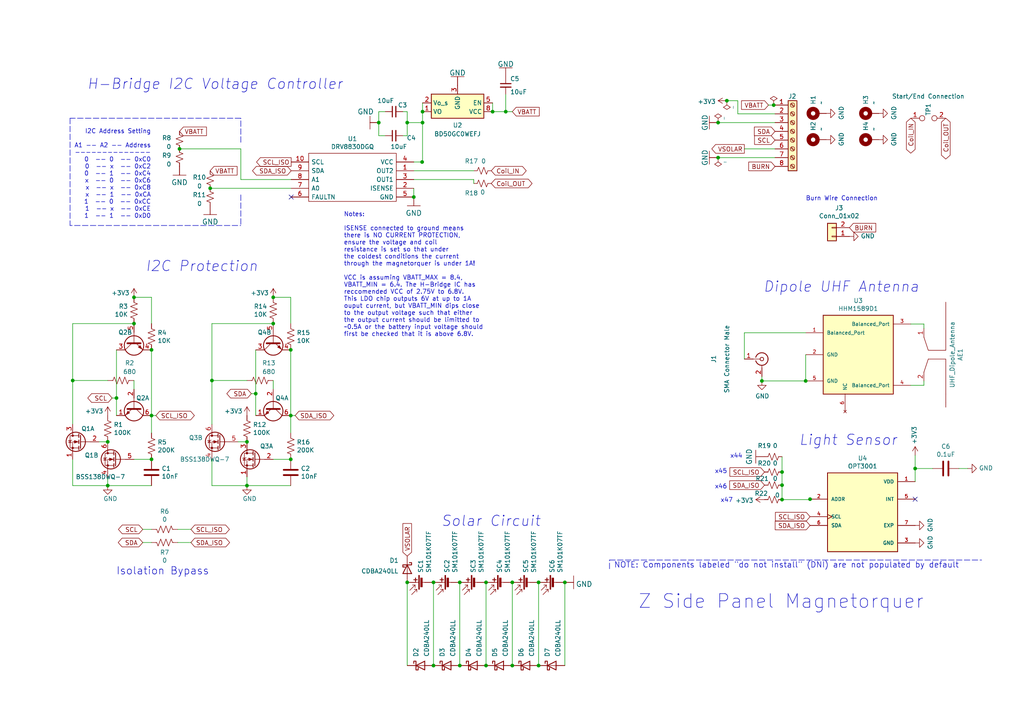
<source format=kicad_sch>
(kicad_sch (version 20211123) (generator eeschema)
  (paper "A4")
  (lib_symbols
    (symbol "Connector:Conn_Coaxial" (pin_names (offset 1.016) hide)
      (property "Reference" "J" (at 0.254 3.048 0))
      (property "Value" "Conn_Coaxial" (at 2.921 0 90))
      (symbol "Conn_Coaxial_1_1"
        (pin passive line (at -5.08 0 0) (length 2.54) (name "In") (number "1"))
        (pin passive line (at 0 -5.08 90) (length 2.54) (name "Ext") (number "2"))
      )
    )
    (symbol "Connector:Screw_Terminal_01x08" (pin_names (offset 1.016) hide)
      (property "Reference" "J" (at 0 10.16 0))
      (property "Value" "Screw_Terminal_01x08" (at 0 -12.7 0))
      (symbol "Screw_Terminal_01x08_1_1"
        (pin passive line (at -5.08 7.62 0) (length 3.81) (name "Pin_1") (number "1"))
        (pin passive line (at -5.08 5.08 0) (length 3.81) (name "Pin_2") (number "2"))
        (pin passive line (at -5.08 2.54 0) (length 3.81) (name "Pin_3") (number "3"))
        (pin passive line (at -5.08 0 0) (length 3.81) (name "Pin_4") (number "4"))
        (pin passive line (at -5.08 -2.54 0) (length 3.81) (name "Pin_5") (number "5"))
        (pin passive line (at -5.08 -5.08 0) (length 3.81) (name "Pin_6") (number "6"))
        (pin passive line (at -5.08 -7.62 0) (length 3.81) (name "Pin_7") (number "7"))
        (pin passive line (at -5.08 -10.16 0) (length 3.81) (name "Pin_8") (number "8"))
      )
    )
    (symbol "Connector:TestPoint_2Pole" (pin_names (offset 0.762) hide)
      (property "Reference" "TP" (at 0 1.524 0))
      (property "Value" "TestPoint_2Pole" (at 0 -1.778 0))
      (symbol "TestPoint_2Pole_0_1"
        (pin passive line (at -5.08 0 0) (length 2.54) (name "1") (number "1"))
        (pin passive line (at 5.08 0 180) (length 2.54) (name "2") (number "2"))
      )
    )
    (symbol "Connector_Generic:Conn_01x02" (pin_names (offset 1.016) hide)
      (property "Reference" "J" (at 0 2.54 0))
      (property "Value" "Conn_01x02" (at 0 -5.08 0))
      (symbol "Conn_01x02_1_1"
        (pin passive line (at -5.08 0 0) (length 3.81) (name "Pin_1") (number "1"))
        (pin passive line (at -5.08 -2.54 0) (length 3.81) (name "Pin_2") (number "2"))
      )
    )
    (symbol "Device:C" (pin_numbers hide) (pin_names (offset 0.254))
      (property "Reference" "C" (at 0.635 2.54 0))
      (property "Value" "C" (at 0.635 -2.54 0))
      (symbol "C_1_1"
        (pin passive line (at 0 3.81 270) (length 2.794) (name "~") (number "1"))
        (pin passive line (at 0 -3.81 90) (length 2.794) (name "~") (number "2"))
      )
    )
    (symbol "Device:C_Small" (pin_numbers hide) (pin_names (offset 0.254) hide)
      (property "Reference" "C" (at 0.254 1.778 0))
      (property "Value" "C_Small" (at 0.254 -2.032 0))
      (symbol "C_Small_1_1"
        (pin passive line (at 0 2.54 270) (length 2.032) (name "~") (number "1"))
        (pin passive line (at 0 -2.54 90) (length 2.032) (name "~") (number "2"))
      )
    )
    (symbol "Device:D_Schottky" (pin_numbers hide) (pin_names (offset 1.016) hide)
      (property "Reference" "D" (at 0 2.54 0))
      (property "Value" "D_Schottky" (at 0 -2.54 0))
      (symbol "D_Schottky_1_1"
        (pin passive line (at -3.81 0 0) (length 2.54) (name "K") (number "1"))
        (pin passive line (at 3.81 0 180) (length 2.54) (name "A") (number "2"))
      )
    )
    (symbol "Device:R_Small_US" (pin_numbers hide) (pin_names (offset 0.254) hide)
      (property "Reference" "R" (at 0.762 0.508 0))
      (property "Value" "R_Small_US" (at 0.762 -1.016 0))
      (symbol "R_Small_US_1_1"
        (pin passive line (at 0 2.54 270) (length 1.016) (name "~") (number "1"))
        (pin passive line (at 0 -2.54 90) (length 1.016) (name "~") (number "2"))
      )
    )
    (symbol "Device:R_US" (pin_numbers hide) (pin_names (offset 0))
      (property "Reference" "R" (at 2.54 0 90))
      (property "Value" "R_US" (at -2.54 0 90))
      (symbol "R_US_1_1"
        (pin passive line (at 0 3.81 270) (length 1.27) (name "~") (number "1"))
        (pin passive line (at 0 -3.81 90) (length 1.27) (name "~") (number "2"))
      )
    )
    (symbol "Device:Solar_Cell" (pin_numbers hide) (pin_names (offset 0) hide)
      (property "Reference" "SC" (at 2.54 2.54 0))
      (property "Value" "Solar_Cell" (at 2.54 0 0))
      (symbol "Solar_Cell_1_1"
        (pin passive line (at 0 5.08 270) (length 2.54) (name "+") (number "1"))
        (pin passive line (at 0 -2.54 90) (length 2.54) (name "-") (number "2"))
      )
    )
    (symbol "Mechanical:MountingHole_Pad" (pin_numbers hide) (pin_names (offset 1.016) hide)
      (property "Reference" "H" (at 0 6.35 0))
      (property "Value" "MountingHole_Pad" (at 0 4.445 0))
      (symbol "MountingHole_Pad_1_1"
        (pin input line (at 0 -2.54 90) (length 2.54) (name "1") (number "1"))
      )
    )
    (symbol "Regulator_Linear:BD60GA5WEFJ"
      (property "Reference" "U" (at 0 6.35 0))
      (property "Value" "BD60GA5WEFJ" (at 0 3.81 0))
      (symbol "BD60GA5WEFJ_1_1"
        (pin power_out line (at 10.16 0 180) (length 2.54) (name "VO") (number "1"))
        (pin input line (at 10.16 -2.54 180) (length 2.54) (name "Vo_s") (number "2"))
        (pin power_in line (at 0 -7.62 90) (length 2.54) (name "GND") (number "3"))
        (pin passive line (at 0 -7.62 90) (length 2.54) hide (name "GND") (number "4"))
        (pin input line (at -10.16 -2.54 0) (length 2.54) (name "EN") (number "5"))
        (pin passive line (at 0 -7.62 90) (length 2.54) hide (name "GND") (number "6"))
        (pin passive line (at 0 -7.62 90) (length 2.54) hide (name "GND") (number "7"))
        (pin power_in line (at -10.16 0 0) (length 2.54) (name "VCC") (number "8"))
        (pin passive line (at 0 -7.62 90) (length 2.54) hide (name "GND") (number "9"))
      )
    )
    (symbol "Transistor_BJT:MBT2222ADW1T1" (pin_names (offset 0) hide)
      (property "Reference" "Q" (at 5.08 1.27 0))
      (property "Value" "MBT2222ADW1T1" (at 5.08 -1.27 0))
      (symbol "MBT2222ADW1T1_1_1"
        (pin passive line (at 2.54 -5.08 90) (length 2.54) (name "E1") (number "1"))
        (pin input line (at -5.08 0 0) (length 2.54) (name "B1") (number "2"))
        (pin passive line (at 2.54 5.08 270) (length 2.54) (name "C1") (number "6"))
      )
      (symbol "MBT2222ADW1T1_2_1"
        (pin passive line (at 2.54 5.08 270) (length 2.54) (name "C2") (number "3"))
        (pin passive line (at 2.54 -5.08 90) (length 2.54) (name "E2") (number "4"))
        (pin input line (at -5.08 0 0) (length 2.54) (name "B2") (number "5"))
      )
    )
    (symbol "mainboard:GND" (power) (pin_names (offset 1.016))
      (property "Value" "GND" (at -2.54 -2.54 0))
      (symbol "GND_1_0"
        (pin power_in line (at 0 2.54 270) (length 2.54) (name "GND") (number "1"))
      )
    )
    (symbol "power:+3.3V" (power) (pin_names (offset 0))
      (property "Value" "+3.3V" (at 0 3.556 0))
      (symbol "+3.3V_1_1"
        (pin power_in line (at 0 0 90) (length 0) hide (name "+3V3") (number "1"))
      )
    )
    (symbol "power:GND" (power) (pin_names (offset 0))
      (property "Value" "GND" (at 0 -3.81 0))
      (symbol "GND_1_1"
        (pin power_in line (at 0 0 270) (length 0) hide (name "GND") (number "1"))
      )
    )
    (symbol "power:PWR_FLAG" (power) (pin_numbers hide) (pin_names (offset 0) hide)
      (property "Value" "PWR_FLAG" (at 0 3.81 0))
      (symbol "PWR_FLAG_0_0"
        (pin power_out line (at 0 0 90) (length 0) (name "pwr") (number "1"))
      )
    )
    (symbol "solar-panel-side-X-minus-rescue:OPT3001DNPT-sapling" (pin_names (offset 1.016))
      (property "Reference" "U" (at -10.16 13.97 0))
      (property "Value" "OPT3001DNPT-sapling" (at -6.35 -12.7 0))
      (symbol "OPT3001DNPT-sapling_0_0"
        (pin power_in line (at 15.24 10.16 180) (length 5.08) (name "VDD") (number "1"))
        (pin input line (at -15.24 5.08 0) (length 5.08) (name "ADDR") (number "2"))
        (pin power_in line (at 15.24 -7.62 180) (length 5.08) (name "GND") (number "3"))
        (pin input clock (at -15.24 0 0) (length 5.08) (name "SCL") (number "4"))
        (pin output line (at 15.24 5.08 180) (length 5.08) (name "INT") (number "5"))
        (pin bidirectional line (at -15.24 -2.54 0) (length 5.08) (name "SDA") (number "6"))
        (pin passive line (at 15.24 -2.54 180) (length 5.08) (name "EXP") (number "7"))
      )
    )
    (symbol "solar-panel-side-Z-minus-rescue:HHM1589D1-sapling" (pin_names (offset 1.016))
      (property "Reference" "U" (at 0 0 0))
      (property "Value" "HHM1589D1-sapling" (at 0 2.54 0))
      (symbol "HHM1589D1-sapling_1_1"
        (pin bidirectional line (at -15.24 -7.62 0) (length 5.08) (name "Balanced_Port") (number "1"))
        (pin power_in line (at -15.24 -13.97 0) (length 5.08) (name "GND") (number "2"))
        (pin bidirectional line (at 15.24 -5.08 180) (length 5.08) (name "Balanced_Port") (number "3"))
        (pin bidirectional line (at 15.24 -22.86 180) (length 5.08) (name "Balanced_Port") (number "4"))
        (pin power_in line (at -15.24 -21.59 0) (length 5.08) (name "GND") (number "5"))
        (pin no_connect line (at -3.81 -30.48 90) (length 5.08) (name "NC") (number "6"))
      )
    )
    (symbol "solar-panel-side-Z-minus-rescue:UHF_Dipole_Antenna-sapling" (pin_names (offset 1.016))
      (property "Reference" "AE" (at 0 2.54 0))
      (property "Value" "UHF_Dipole_Antenna-sapling" (at 0 5.08 0))
      (symbol "UHF_Dipole_Antenna-sapling_1_1"
        (pin passive line (at -7.62 -5.08 0) (length 2.54) (name "~") (number "1"))
        (pin passive line (at 7.62 -5.08 180) (length 2.54) (name "~") (number "2"))
      )
    )
    (symbol "xpanel-rescue:BSS138DWQ-7-symbols" (pin_names (offset 0.762) hide)
      (property "Reference" "Q" (at -2.54 5.08 0))
      (property "Value" "BSS138DWQ-7-symbols" (at 3.81 6.35 0))
      (symbol "BSS138DWQ-7-symbols_1_1"
        (pin passive line (at 1.27 -5.08 90) (length 2.54) (name "S2") (number "1"))
        (pin input line (at -6.35 0 0) (length 2.54) (name "G2") (number "2"))
        (pin passive line (at 1.27 5.08 270) (length 2.54) (name "D1") (number "3"))
      )
      (symbol "BSS138DWQ-7-symbols_2_1"
        (pin passive line (at 1.27 -5.08 90) (length 2.54) (name "S1") (number "4"))
        (pin input line (at -6.35 0 0) (length 2.54) (name "G1") (number "5"))
        (pin passive line (at 1.27 5.08 270) (length 2.54) (name "D2") (number "6"))
      )
    )
    (symbol "xpanel-rescue:DRV8830DGQR-symbols" (pin_names (offset 0.762))
      (property "Reference" "U" (at 0 10.16 0))
      (property "Value" "DRV8830DGQR-symbols" (at -7.62 -7.62 0))
      (symbol "DRV8830DGQR-symbols_0_0"
        (pin output line (at -17.78 2.54 0) (length 5.08) (name "OUT2") (number "1"))
        (pin unspecified line (at 17.78 5.08 180) (length 5.08) (name "SCL") (number "10"))
        (pin unspecified line (at -17.78 -5.08 0) (length 5.08) hide (name "EP") (number "11"))
        (pin unspecified line (at -17.78 -2.54 0) (length 5.08) (name "ISENSE") (number "2"))
        (pin output line (at -17.78 0 0) (length 5.08) (name "OUT1") (number "3"))
        (pin power_in line (at -17.78 5.08 0) (length 5.08) (name "VCC") (number "4"))
        (pin power_in line (at -17.78 -5.08 0) (length 5.08) (name "GND") (number "5"))
        (pin unspecified line (at 17.78 -5.08 180) (length 5.08) (name "FAULTN") (number "6"))
        (pin unspecified line (at 17.78 -2.54 180) (length 5.08) (name "A0") (number "7"))
        (pin unspecified line (at 17.78 0 180) (length 5.08) (name "A1") (number "8"))
        (pin unspecified line (at 17.78 2.54 180) (length 5.08) (name "SDA") (number "9"))
      )
    )
  )
  (junction (at 79.248 93.853))
  (junction (at 31.242 140.843))
  (junction (at 38.862 93.853))
  (junction (at 21.082 110.363))
  (junction (at 210.82 29.21))
  (junction (at 79.248 86.233))
  (junction (at 125.73 168.91))
  (junction (at 43.942 101.473))
  (junction (at 148.59 193.04))
  (junction (at 133.35 168.91))
  (junction (at 43.942 120.523))
  (junction (at 60.96 54.61))
  (junction (at 140.97 168.91))
  (junction (at 226.822 136.906))
  (junction (at 208.28 45.72))
  (junction (at 224.409 30.48))
  (junction (at 71.628 128.143))
  (junction (at 140.97 193.04))
  (junction (at 71.628 140.843))
  (junction (at 84.328 133.223))
  (junction (at 142.875 32.385))
  (junction (at 156.21 168.91))
  (junction (at 220.98 110.49))
  (junction (at 265.43 135.89))
  (junction (at 38.862 86.233))
  (junction (at 109.855 35.56))
  (junction (at 233.68 110.49))
  (junction (at 208.28 35.56))
  (junction (at 84.328 120.523))
  (junction (at 120.015 57.15))
  (junction (at 122.555 32.385))
  (junction (at 133.35 193.04))
  (junction (at 31.242 128.143))
  (junction (at 146.685 32.385))
  (junction (at 156.21 193.04))
  (junction (at 148.59 168.91))
  (junction (at 226.822 144.907))
  (junction (at 122.555 35.56))
  (junction (at 43.942 133.223))
  (junction (at 118.11 168.91))
  (junction (at 226.822 140.716))
  (junction (at 122.428 46.99))
  (junction (at 33.782 115.443))
  (junction (at 163.83 168.91))
  (junction (at 125.73 193.04))
  (junction (at 52.07 43.18))
  (junction (at 61.468 110.363))
  (junction (at 234.95 144.78))
  (junction (at 74.168 114.173))
  (junction (at 118.11 35.56))
  (junction (at 84.328 101.473))
  (no_connect (at 84.455 57.15))
  (no_connect (at 265.43 144.78))
  (wire (pts (xy 43.942 125.603) (xy 43.942 120.523)))
  (wire (pts (xy 79.248 133.223) (xy 84.328 133.223)))
  (wire (pts (xy 226.822 136.906) (xy 226.822 140.716)))
  (wire (pts (xy 163.83 193.04) (xy 163.83 168.91)))
  (wire (pts (xy 208.28 35.56) (xy 224.79 35.56)))
  (wire (pts (xy 33.782 101.473) (xy 33.782 115.443)))
  (wire (pts (xy 220.98 109.22) (xy 220.98 110.49)))
  (wire (pts (xy 224.409 30.48) (xy 224.79 30.48)))
  (wire (pts (xy 146.685 27.305) (xy 146.685 32.385)))
  (wire (pts (xy 226.822 140.716) (xy 226.822 144.907)))
  (wire (pts (xy 31.242 110.363) (xy 21.082 110.363)))
  (wire (pts (xy 43.942 101.473) (xy 43.942 120.523)))
  (wire (pts (xy 32.512 115.443) (xy 33.782 115.443)))
  (wire (pts (xy 208.28 45.72) (xy 224.79 45.72)))
  (wire (pts (xy 85.598 120.523) (xy 84.328 120.523)))
  (wire (pts (xy 33.782 115.443) (xy 33.782 120.523)))
  (wire (pts (xy 109.855 32.385) (xy 109.855 35.56)))
  (wire (pts (xy 74.168 114.173) (xy 74.168 120.523)))
  (wire (pts (xy 222.885 30.48) (xy 224.409 30.48)))
  (wire (pts (xy 61.468 133.223) (xy 61.468 140.843)))
  (wire (pts (xy 84.328 101.473) (xy 84.328 120.523)))
  (wire (pts (xy 210.82 29.21) (xy 213.995 29.21)))
  (wire (pts (xy 31.242 140.843) (xy 43.942 140.843)))
  (polyline (pts (xy 21.59 65.405) (xy 69.85 65.405)))
  (wire (pts (xy 72.898 114.173) (xy 74.168 114.173)))
  (wire (pts (xy 45.212 120.523) (xy 43.942 120.523)))
  (wire (pts (xy 43.942 93.853) (xy 43.942 86.233)))
  (wire (pts (xy 74.168 101.473) (xy 74.168 114.173)))
  (wire (pts (xy 79.248 112.903) (xy 79.248 110.363)))
  (wire (pts (xy 84.455 52.07) (xy 69.85 52.07)))
  (wire (pts (xy 125.73 193.04) (xy 125.73 168.91)))
  (wire (pts (xy 118.11 35.56) (xy 122.555 35.56)))
  (wire (pts (xy 267.97 111.76) (xy 267.97 110.49)))
  (wire (pts (xy 21.082 140.843) (xy 31.242 140.843)))
  (polyline (pts (xy 176.784 162.433) (xy 284.734 162.433)))
  (wire (pts (xy 84.328 125.603) (xy 84.328 120.523)))
  (wire (pts (xy 267.97 93.98) (xy 267.97 95.25)))
  (wire (pts (xy 215.9 43.18) (xy 224.79 43.18)))
  (wire (pts (xy 109.855 35.56) (xy 109.855 39.37)))
  (wire (pts (xy 43.942 86.233) (xy 38.862 86.233)))
  (wire (pts (xy 111.76 39.37) (xy 109.855 39.37)))
  (wire (pts (xy 120.015 54.61) (xy 120.015 57.15)))
  (wire (pts (xy 31.242 128.143) (xy 28.702 128.143)))
  (wire (pts (xy 133.35 193.04) (xy 133.35 168.91)))
  (wire (pts (xy 69.85 52.07) (xy 69.85 43.18)))
  (wire (pts (xy 233.68 110.49) (xy 233.68 102.87)))
  (wire (pts (xy 118.11 35.56) (xy 118.11 39.37)))
  (wire (pts (xy 137.414 52.07) (xy 137.414 53.213)))
  (wire (pts (xy 264.16 111.76) (xy 267.97 111.76)))
  (wire (pts (xy 31.242 140.843) (xy 31.242 138.303)))
  (wire (pts (xy 122.555 29.845) (xy 122.555 32.385)))
  (wire (pts (xy 55.372 153.543) (xy 51.562 153.543)))
  (wire (pts (xy 84.328 86.233) (xy 79.248 86.233)))
  (wire (pts (xy 55.372 157.353) (xy 51.562 157.353)))
  (wire (pts (xy 118.11 35.56) (xy 118.11 32.385)))
  (wire (pts (xy 213.995 33.02) (xy 224.79 33.02)))
  (wire (pts (xy 61.468 93.853) (xy 79.248 93.853)))
  (polyline (pts (xy 20.32 34.29) (xy 20.32 65.405)))
  (wire (pts (xy 226.822 144.907) (xy 234.95 144.907)))
  (polyline (pts (xy 20.32 65.405) (xy 20.955 65.405)))
  (wire (pts (xy 142.875 29.845) (xy 142.875 32.385)))
  (wire (pts (xy 21.082 93.853) (xy 21.082 110.363)))
  (wire (pts (xy 264.16 93.98) (xy 267.97 93.98)))
  (wire (pts (xy 21.082 123.063) (xy 21.082 110.363)))
  (wire (pts (xy 69.85 43.18) (xy 52.07 43.18)))
  (wire (pts (xy 122.428 46.99) (xy 120.015 46.99)))
  (polyline (pts (xy 69.85 41.275) (xy 69.85 34.29)))
  (wire (pts (xy 61.468 110.363) (xy 61.468 93.853)))
  (wire (pts (xy 226.822 132.461) (xy 226.822 136.906)))
  (wire (pts (xy 21.082 133.223) (xy 21.082 140.843)))
  (polyline (pts (xy 69.85 34.29) (xy 20.32 34.29)))
  (wire (pts (xy 38.862 112.903) (xy 38.862 110.363)))
  (wire (pts (xy 142.875 32.385) (xy 146.685 32.385)))
  (wire (pts (xy 38.862 133.223) (xy 43.942 133.223)))
  (wire (pts (xy 111.76 32.385) (xy 109.855 32.385)))
  (wire (pts (xy 140.97 193.04) (xy 140.97 168.91)))
  (wire (pts (xy 84.328 140.843) (xy 71.628 140.843)))
  (wire (pts (xy 122.555 32.385) (xy 122.555 35.56)))
  (wire (pts (xy 220.98 110.49) (xy 233.68 110.49)))
  (wire (pts (xy 118.11 193.04) (xy 118.11 168.91)))
  (wire (pts (xy 43.942 157.353) (xy 41.402 157.353)))
  (wire (pts (xy 118.11 39.37) (xy 116.84 39.37)))
  (wire (pts (xy 120.015 52.07) (xy 137.414 52.07)))
  (wire (pts (xy 71.628 110.363) (xy 61.468 110.363)))
  (wire (pts (xy 265.43 139.7) (xy 265.43 135.89)))
  (wire (pts (xy 234.95 144.907) (xy 234.95 144.78)))
  (wire (pts (xy 213.995 29.21) (xy 213.995 33.02)))
  (wire (pts (xy 84.328 93.853) (xy 84.328 86.233)))
  (wire (pts (xy 61.468 123.063) (xy 61.468 110.363)))
  (wire (pts (xy 233.68 96.52) (xy 215.9 96.52)))
  (wire (pts (xy 120.015 49.53) (xy 137.414 49.53)))
  (wire (pts (xy 278.13 135.89) (xy 280.67 135.89)))
  (wire (pts (xy 156.21 193.04) (xy 156.21 168.91)))
  (wire (pts (xy 122.555 35.56) (xy 122.555 46.99)))
  (wire (pts (xy 215.9 104.14) (xy 215.9 96.52)))
  (wire (pts (xy 122.555 46.99) (xy 122.428 46.99)))
  (wire (pts (xy 21.082 93.853) (xy 38.862 93.853)))
  (wire (pts (xy 146.685 32.385) (xy 148.59 32.385)))
  (wire (pts (xy 71.628 128.143) (xy 69.088 128.143)))
  (wire (pts (xy 61.468 140.843) (xy 71.628 140.843)))
  (wire (pts (xy 265.43 135.89) (xy 265.43 132.08)))
  (wire (pts (xy 148.59 193.04) (xy 148.59 168.91)))
  (wire (pts (xy 71.628 140.843) (xy 71.628 138.303)))
  (wire (pts (xy 60.96 54.61) (xy 84.455 54.61)))
  (polyline (pts (xy 69.85 56.515) (xy 69.85 65.405)))
  (polyline (pts (xy 176.784 164.973) (xy 176.784 162.433)))
  (wire (pts (xy 43.942 153.543) (xy 41.402 153.543)))
  (wire (pts (xy 118.11 32.385) (xy 116.84 32.385)))
  (wire (pts (xy 270.51 135.89) (xy 265.43 135.89)))
  (text "Notes: \n\nISENSE connected to ground means\nthere is NO CURRENT PROTECTION, \nensure the voltage and coil\nresistance is set so that under\nthe coldest conditions the current\nthrough the magnetorquer is under 1A!\n\nVCC is assuming VBATT_MAX = 8.4, \nVBATT_MIN = 6.4. The H-Bridge IC has\nreccomended VCC of 2.75V to 6.8V. \nThis LDO chip outputs 6V at up to 1A\nouput current, but VBATT_MIN dips close\nto the output voltage such that either \nthe output current should be limitted to\n~0.5A or the battery input voltage should\nfirst be checked that it is above 6.8V." (at 99.695 97.79 0) (effects (font (size 1.27 1.27)) (justify left bottom)))
  (text "x47\n" (at 212.598 145.923 180) (effects (font (size 1.27 1.27)) (justify right bottom)))
  (text "Isolation Bypass" (at 60.706 167.005 180) (effects (font (size 2.159 2.159)) (justify right bottom)))
  (text "NOTE: Components labeled \"do not install\" (DNI) are not populated by default" (at 178.054 164.973 0) (effects (font (size 1.651 1.651)) (justify left bottom)))
  (text "Solar Circuit" (at 156.845 153.035 180) (effects (font (size 3 3) italic) (justify right bottom)))
  (text "x45" (at 210.947 137.541 180) (effects (font (size 1.27 1.27)) (justify right bottom)))
  (text "Z Side Panel Magnetorquer" (at 185.039 176.911 0) (effects (font (size 4 4)) (justify left bottom)))
  (text "Light Sensor" (at 260.35 129.54 180) (effects (font (size 3 3) italic) (justify right bottom)))
  (text "I2C Address Setting\n\nA1 -- A2 -- Address\n--------------\n0  -- 0  -- 0xC0\n0  -- x  -- 0xC2\n0  -- 1  -- 0xC4\nx  -- 0  -- 0xC6\nx  -- x  -- 0xC8\nx  -- 1  -- 0xCA\n1  -- 0  -- 0xCC\n1  -- x  -- 0xCE\n1  -- 1  -- 0xD0" (at 43.815 63.5 0) (effects (font (size 1.27 1.27)) (justify right bottom)))
  (text "H-Bridge I2C Voltage Controller" (at 99.568 26.289 180) (effects (font (size 3 3) italic) (justify right bottom)))
  (text "I2C Protection" (at 74.93 79.121 180) (effects (font (size 3 3) italic) (justify right bottom)))
  (text "Burn Wire Connection\n" (at 233.68 58.42 0) (effects (font (size 1.27 1.27)) (justify left bottom)))
  (text "Dipole UHF Antenna" (at 266.7 85.09 180) (effects (font (size 3 3) italic) (justify right bottom)))
  (text "x44" (at 215.392 133.096 180) (effects (font (size 1.27 1.27)) (justify right bottom)))
  (text "x46\n" (at 210.947 141.986 180) (effects (font (size 1.27 1.27)) (justify right bottom)))
  (global_label "SDA" (shape input) (at 224.79 38.1 180) (property "Intersheet References" "${INTERSHEET_REFS}" (effects hide)))
  (global_label "BURN" (shape input) (at 246.38 66.04 0) (property "Intersheet References" "${INTERSHEET_REFS}" (effects hide)))
  (global_label "Coil_OUT" (shape bidirectional) (at 142.494 53.213 0) (property "Intersheet References" "${INTERSHEET_REFS}" (effects hide)))
  (global_label "SCL_ISO" (shape input) (at 234.95 149.86 180) (property "Intersheet References" "${INTERSHEET_REFS}" (effects hide)))
  (global_label "SCL_ISO" (shape output) (at 84.455 46.99 180) (property "Intersheet References" "${INTERSHEET_REFS}" (effects hide)))
  (global_label "VBATT" (shape input) (at 60.96 49.53 0) (property "Intersheet References" "${INTERSHEET_REFS}" (effects hide)))
  (global_label "SDA" (shape bidirectional) (at 72.898 114.173 180) (property "Intersheet References" "${INTERSHEET_REFS}" (effects hide)))
  (global_label "SCL" (shape input) (at 224.79 40.64 180) (property "Intersheet References" "${INTERSHEET_REFS}" (effects hide)))
  (global_label "SCL" (shape bidirectional) (at 32.512 115.443 180) (property "Intersheet References" "${INTERSHEET_REFS}" (effects hide)))
  (global_label "SDA_ISO" (shape bidirectional) (at 84.455 49.53 180) (property "Intersheet References" "${INTERSHEET_REFS}" (effects hide)))
  (global_label "SDA_ISO" (shape bidirectional) (at 85.598 120.523 0) (property "Intersheet References" "${INTERSHEET_REFS}" (effects hide)))
  (global_label "VSOLAR" (shape input) (at 118.11 161.29 90) (property "Intersheet References" "${INTERSHEET_REFS}" (effects hide)))
  (global_label "VSOLAR" (shape output) (at 215.9 43.18 180) (property "Intersheet References" "${INTERSHEET_REFS}" (effects hide)))
  (global_label "Coil_IN" (shape bidirectional) (at 142.494 49.53 0) (property "Intersheet References" "${INTERSHEET_REFS}" (effects hide)))
  (global_label "SCL_ISO" (shape bidirectional) (at 55.372 153.543 0) (property "Intersheet References" "${INTERSHEET_REFS}" (effects hide)))
  (global_label "Coil_IN" (shape bidirectional) (at 264.16 34.29 270) (property "Intersheet References" "${INTERSHEET_REFS}" (effects hide)))
  (global_label "SCL" (shape bidirectional) (at 41.402 153.543 180) (property "Intersheet References" "${INTERSHEET_REFS}" (effects hide)))
  (global_label "SCL_ISO" (shape bidirectional) (at 45.212 120.523 0) (property "Intersheet References" "${INTERSHEET_REFS}" (effects hide)))
  (global_label "SCL_ISO" (shape input) (at 221.742 136.906 180) (property "Intersheet References" "${INTERSHEET_REFS}" (effects hide)))
  (global_label "SDA_ISO" (shape input) (at 221.742 140.716 180) (property "Intersheet References" "${INTERSHEET_REFS}" (effects hide)))
  (global_label "VBATT" (shape input) (at 222.885 30.48 180) (property "Intersheet References" "${INTERSHEET_REFS}" (effects hide)))
  (global_label "VBATT" (shape input) (at 52.07 38.1 0) (property "Intersheet References" "${INTERSHEET_REFS}" (effects hide)))
  (global_label "SDA_ISO" (shape input) (at 234.95 152.4 180) (property "Intersheet References" "${INTERSHEET_REFS}" (effects hide)))
  (global_label "BURN" (shape input) (at 224.79 48.26 180) (property "Intersheet References" "${INTERSHEET_REFS}" (effects hide)))
  (global_label "Coil_OUT" (shape bidirectional) (at 274.32 34.29 270) (property "Intersheet References" "${INTERSHEET_REFS}" (effects hide)))
  (global_label "VBATT" (shape input) (at 148.59 32.385 0) (property "Intersheet References" "${INTERSHEET_REFS}" (effects hide)))
  (global_label "SDA" (shape bidirectional) (at 41.402 157.353 180) (property "Intersheet References" "${INTERSHEET_REFS}" (effects hide)))
  (global_label "SDA_ISO" (shape bidirectional) (at 55.372 157.353 0) (property "Intersheet References" "${INTERSHEET_REFS}" (effects hide)))
  (symbol (lib_id "Device:D_Schottky") (at 160.02 193.04 0) (unit 1)
    (property "Reference" "D7" (at 158.75 189.23 90))
    (property "Value" "CDBA240LL" (at 162.56 179.705 90) (effects (justify right bottom)))
    (property "Footprint" "panels:DO-214AC" (effects hide))
  )
  (symbol (lib_id "Transistor_BJT:MBT2222ADW1T1") (at 79.248 98.933 90) (mirror x) (unit 2)
    (property "Reference" "Q4" (at 76.708 96.393 90))
    (property "Value" "MBT2222ADW1T1" (effects hide))
    (property "Footprint" "Package_TO_SOT_SMD:SOT-363_SC-70-6" (effects hide))
    (property "Datasheet" "http://www.onsemi.com/pub_link/Collateral/MBT2222ADW1T1-D.PDF" (effects hide))
  )
  (symbol (lib_id "Mechanical:MountingHole_Pad") (at 237.109 40.513 90) (unit 1)
    (property "Reference" "H2" (at 235.8644 37.973 0) (effects (justify left)))
    (property "Value" "~" (at 238.1758 37.973 0) (effects (justify left)))
    (property "Footprint" "MountingHole:MountingHole_2.2mm_M2_DIN965_Pad_TopBottom" (effects hide))
  )
  (symbol (lib_id "Device:C") (at 84.328 137.033 0) (unit 1)
    (property "Reference" "C2" (at 87.249 135.89 0) (effects (justify left)))
    (property "Value" "10nF" (at 87.249 138.176 0) (effects (justify left)))
    (property "Footprint" "Capacitor_SMD:C_0603_1608Metric" (effects hide))
  )
  (symbol (lib_id "power:PWR_FLAG") (at 210.82 29.21 180) (unit 1)
    (property "Reference" "#FLG02" (effects hide))
    (property "Value" "PWR_FLAG" (at 212.725 31.115 90) (effects (font (size 0.1 0.1))))
  )
  (symbol (lib_id "Device:C") (at 274.32 135.89 90) (unit 1)
    (property "Reference" "C6" (at 274.32 129.4892 90))
    (property "Value" "0.1uF" (at 274.32 131.8006 90))
    (property "Footprint" "Capacitor_SMD:C_0603_1608Metric" (effects hide))
  )
  (symbol (lib_id "power:GND") (at 280.67 135.89 90) (unit 1)
    (property "Reference" "#PWR019" (effects hide))
    (property "Value" "~" (at 283.9212 135.763 90) (effects (justify right)))
  )
  (symbol (lib_id "power:GND") (at 71.628 140.843 0) (mirror y) (unit 1)
    (property "Reference" "#PWR07" (effects hide))
    (property "Value" "GND" (at 70.358 144.653 0) (effects (justify right)))
  )
  (symbol (lib_id "Device:Solar_Cell") (at 138.43 168.91 90) (unit 1)
    (property "Reference" "SC3" (at 137.2616 166.1668 0) (effects (justify left)))
    (property "Value" "SM101K07TF" (at 139.573 166.1668 0) (effects (justify left)))
    (property "Footprint" "panels:SM101K07TF" (effects hide))
  )
  (symbol (lib_id "Device:D_Schottky") (at 118.11 165.1 270) (unit 1)
    (property "Reference" "D1" (at 114.3 162.56 90))
    (property "Value" "CDBA240LL" (at 115.57 166.37 90) (effects (justify right bottom)))
    (property "Footprint" "panels:DO-214AC" (effects hide))
  )
  (symbol (lib_id "power:+3.3V") (at 31.242 120.523 0) (mirror y) (unit 1)
    (property "Reference" "#PWR01" (effects hide))
    (property "Value" "+3.3V" (at 29.972 119.253 0) (effects (justify left)))
  )
  (symbol (lib_id "power:PWR_FLAG") (at 208.28 35.56 0) (unit 1)
    (property "Reference" "#FLG01" (effects hide))
    (property "Value" "PWR_FLAG" (at 210.0795 34.29 90) (effects (font (size 0.1 0.1))))
  )
  (symbol (lib_id "Device:R_US") (at 79.248 90.043 0) (unit 1)
    (property "Reference" "R14" (at 77.5208 88.8746 0) (effects (justify right)))
    (property "Value" "10K" (at 77.5208 91.186 0) (effects (justify right)))
    (property "Footprint" "Resistor_SMD:R_0603_1608Metric" (effects hide))
  )
  (symbol (lib_id "Device:R_US") (at 31.242 124.333 180) (unit 1)
    (property "Reference" "R1" (at 32.9692 123.1646 0) (effects (justify right)))
    (property "Value" "100K" (at 32.9692 125.476 0) (effects (justify right)))
    (property "Footprint" "Resistor_SMD:R_0603_1608Metric" (effects hide))
  )
  (symbol (lib_id "Device:Solar_Cell") (at 146.05 168.91 90) (unit 1)
    (property "Reference" "SC4" (at 144.8816 166.1668 0) (effects (justify left)))
    (property "Value" "SM101K07TF" (at 147.193 166.1668 0) (effects (justify left)))
    (property "Footprint" "panels:SM101K07TF" (effects hide))
  )
  (symbol (lib_id "Device:Solar_Cell") (at 161.29 168.91 90) (unit 1)
    (property "Reference" "SC6" (at 160.1216 166.1668 0) (effects (justify left)))
    (property "Value" "SM101K07TF" (at 162.433 166.1668 0) (effects (justify left)))
    (property "Footprint" "panels:SM101K07TF" (effects hide))
  )
  (symbol (lib_id "Device:R_US") (at 38.862 90.043 0) (unit 1)
    (property "Reference" "R3" (at 37.1348 88.8746 0) (effects (justify right)))
    (property "Value" "10K" (at 37.1348 91.186 0) (effects (justify right)))
    (property "Footprint" "Resistor_SMD:R_0603_1608Metric" (effects hide))
  )
  (symbol (lib_id "power:+3.3V") (at 210.82 29.21 90) (unit 1)
    (property "Reference" "#PWR09" (effects hide))
    (property "Value" "+3.3V" (at 204.978 29.464 90))
  )
  (symbol (lib_id "mainboard:GND") (at 205.74 45.72 270) (unit 1)
    (property "Reference" "#GND0101" (effects hide))
    (property "Value" "GND" (at 204.47 45.72 0) (effects (font (size 1.4986 1.4986))))
  )
  (symbol (lib_id "Device:R_Small_US") (at 52.07 40.64 0) (unit 1)
    (property "Reference" "R8" (at 46.99 40.005 0) (effects (justify left)))
    (property "Value" "0" (at 48.26 42.545 0) (effects (justify left)))
    (property "Footprint" "Resistor_SMD:R_0603_1608Metric" (effects hide))
  )
  (symbol (lib_id "Device:C_Small") (at 114.3 32.385 90) (unit 1)
    (property "Reference" "C3" (at 118.11 30.48 90) (effects (justify left)))
    (property "Value" "10uF" (at 114.3 29.21 90) (effects (justify left)))
    (property "Footprint" "Capacitor_SMD:C_1206_3216Metric" (effects hide))
    (property "Datasheet" "https://media.digikey.com/pdf/Data%20Sheets/Samsung%20PDFs/CL31B106KAHNFNE_Spec.pdf" (effects hide))
  )
  (symbol (lib_id "Connector_Generic:Conn_01x02") (at 241.3 68.58 180) (unit 1)
    (property "Reference" "J3" (at 243.3828 60.325 0))
    (property "Value" "Conn_01x02" (at 243.3828 62.6364 0))
    (property "Footprint" "panels:Burn_Wire_Connection" (effects hide))
  )
  (symbol (lib_id "mainboard:GND") (at 52.07 50.8 0) (unit 1)
    (property "Reference" "#GND01" (effects hide))
    (property "Value" "GND" (at 52.07 52.9088 0) (effects (font (size 1.4986 1.4986))))
  )
  (symbol (lib_id "Mechanical:MountingHole_Pad") (at 237.109 32.893 90) (unit 1)
    (property "Reference" "H1" (at 235.8644 30.353 0) (effects (justify left)))
    (property "Value" "~" (at 238.1758 30.353 0) (effects (justify left)))
    (property "Footprint" "MountingHole:MountingHole_2.2mm_M2_DIN965_Pad_TopBottom" (effects hide))
  )
  (symbol (lib_id "power:GND") (at 239.649 40.513 90) (unit 1)
    (property "Reference" "#PWR013" (effects hide))
    (property "Value" "~" (at 244.0432 40.386 0))
  )
  (symbol (lib_id "mainboard:GND") (at 120.015 59.69 0) (unit 1)
    (property "Reference" "#GND04" (effects hide))
    (property "Value" "GND" (at 120.015 61.7988 0) (effects (font (size 1.4986 1.4986))))
  )
  (symbol (lib_id "Device:C_Small") (at 146.685 24.765 0) (unit 1)
    (property "Reference" "C5" (at 147.955 22.86 0) (effects (justify left)))
    (property "Value" "10uF" (at 147.955 26.67 0) (effects (justify left)))
    (property "Footprint" "Capacitor_SMD:C_1206_3216Metric" (effects hide))
    (property "Datasheet" "https://media.digikey.com/pdf/Data%20Sheets/Samsung%20PDFs/CL31B106KAHNFNE_Spec.pdf" (effects hide))
  )
  (symbol (lib_id "mainboard:GND") (at 132.715 22.225 180) (unit 1)
    (property "Reference" "#GND05" (effects hide))
    (property "Value" "GND" (at 132.715 21.1398 0) (effects (font (size 1.4986 1.4986))))
  )
  (symbol (lib_id "xpanel-rescue:BSS138DWQ-7-symbols") (at 32.512 133.223 0) (mirror y) (unit 2)
    (property "Reference" "Q1" (at 28.575 132.0546 0) (effects (justify left)))
    (property "Value" "BSS138DWQ-7" (at 36.322 138.303 0) (effects (justify left)))
    (property "Footprint" "panels:BSS138DWQ-7" (effects hide))
    (property "Datasheet" "https://www.diodes.com/assets/Datasheets/BSS138DWQ.pdf" (effects hide))
    (property "Description" "MOSFET BSS Family" (effects hide))
    (property "Height" "1.1" (effects hide))
    (property "Manufacturer_Name" "Diodes Inc." (effects hide))
    (property "Manufacturer_Part_Number" "BSS138DWQ-7" (effects hide))
    (property "Mouser Part Number" "621-BSS138DWQ-7" (effects hide))
    (property "Mouser Price/Stock" "https://www.mouser.co.uk/ProductDetail/Diodes-Incorporated/BSS138DWQ-7?qs=nJRy1mI8RR9wz3YdMQOQIA%3D%3D" (effects hide))
  )
  (symbol (lib_id "Device:C") (at 43.942 137.033 0) (unit 1)
    (property "Reference" "C1" (at 46.863 135.89 0) (effects (justify left)))
    (property "Value" "10nF" (at 46.863 138.176 0) (effects (justify left)))
    (property "Footprint" "Capacitor_SMD:C_0603_1608Metric" (effects hide))
  )
  (symbol (lib_id "Device:R_US") (at 43.942 97.663 180) (unit 1)
    (property "Reference" "R4" (at 45.6692 96.4946 0) (effects (justify right)))
    (property "Value" "10K" (at 45.6692 98.806 0) (effects (justify right)))
    (property "Footprint" "Resistor_SMD:R_0603_1608Metric" (effects hide))
  )
  (symbol (lib_id "power:+3.3V") (at 79.248 86.233 0) (mirror y) (unit 1)
    (property "Reference" "#PWR08" (effects hide))
    (property "Value" "+3.3V" (at 77.978 84.963 0) (effects (justify left)))
  )
  (symbol (lib_id "Mechanical:MountingHole_Pad") (at 252.349 32.893 90) (unit 1)
    (property "Reference" "H3" (at 251.1044 30.353 0) (effects (justify left)))
    (property "Value" "~" (at 253.4158 30.353 0) (effects (justify left)))
    (property "Footprint" "MountingHole:MountingHole_2.2mm_M2_DIN965_Pad_TopBottom" (effects hide))
  )
  (symbol (lib_id "xpanel-rescue:BSS138DWQ-7-symbols") (at 22.352 128.143 0) (mirror y) (unit 1)
    (property "Reference" "Q1" (at 27.432 124.333 0) (effects (justify left)))
    (property "Value" "BSS138DWQ-7" (effects hide))
    (property "Footprint" "panels:BSS138DWQ-7" (effects hide))
    (property "Datasheet" "https://www.diodes.com/assets/Datasheets/BSS138DWQ.pdf" (effects hide))
    (property "Description" "MOSFET BSS Family" (effects hide))
    (property "Height" "1.1" (effects hide))
    (property "Manufacturer_Name" "Diodes Inc." (effects hide))
    (property "Manufacturer_Part_Number" "BSS138DWQ-7" (effects hide))
    (property "Mouser Part Number" "621-BSS138DWQ-7" (effects hide))
    (property "Mouser Price/Stock" "https://www.mouser.co.uk/ProductDetail/Diodes-Incorporated/BSS138DWQ-7?qs=nJRy1mI8RR9wz3YdMQOQIA%3D%3D" (effects hide))
  )
  (symbol (lib_id "power:+3.3V") (at 38.862 86.233 0) (mirror y) (unit 1)
    (property "Reference" "#PWR03" (effects hide))
    (property "Value" "+3.3V" (at 37.592 84.963 0) (effects (justify left)))
  )
  (symbol (lib_id "Regulator_Linear:BD60GA5WEFJ") (at 132.715 32.385 180) (unit 1)
    (property "Reference" "U2" (at 132.715 36.3204 0))
    (property "Value" "BD50GC0WEFJ" (at 132.715 38.8573 0))
    (property "Footprint" "Package_SO:HTSOP-8-1EP_3.9x4.9mm_P1.27mm_EP2.4x3.2mm" (effects hide))
    (property "Datasheet" "https://fscdn.rohm.com/en/products/databook/datasheet/ic/power/linear_regulator/bdxxgc0wefj-e.pdf" (effects hide))
  )
  (symbol (lib_id "power:GND") (at 254.889 32.893 90) (unit 1)
    (property "Reference" "#PWR014" (effects hide))
    (property "Value" "~" (at 259.2832 32.766 0))
  )
  (symbol (lib_id "power:GND") (at 220.98 110.49 0) (unit 1)
    (property "Reference" "#PWR010" (effects hide))
    (property "Value" "GND" (at 221.107 114.8842 0))
  )
  (symbol (lib_id "mainboard:GND") (at 166.37 168.91 90) (unit 1)
    (property "Reference" "#GND07" (effects hide))
    (property "Value" "GND" (at 167.005 169.4218 90) (effects (font (size 1.4986 1.4986)) (justify right)))
  )
  (symbol (lib_id "Device:R_US") (at 71.628 124.333 180) (unit 1)
    (property "Reference" "R12" (at 73.3552 123.1646 0) (effects (justify right)))
    (property "Value" "100K" (at 73.3552 125.476 0) (effects (justify right)))
    (property "Footprint" "Resistor_SMD:R_0603_1608Metric" (effects hide))
  )
  (symbol (lib_id "power:+3.3V") (at 71.628 120.523 0) (mirror y) (unit 1)
    (property "Reference" "#PWR06" (effects hide))
    (property "Value" "+3.3V" (at 70.358 119.253 0) (effects (justify left)))
  )
  (symbol (lib_id "Device:R_US") (at 84.328 129.413 180) (unit 1)
    (property "Reference" "R16" (at 86.0552 128.2446 0) (effects (justify right)))
    (property "Value" "200K" (at 86.0552 130.556 0) (effects (justify right)))
    (property "Footprint" "Resistor_SMD:R_0603_1608Metric" (effects hide))
  )
  (symbol (lib_id "Device:D_Schottky") (at 129.54 193.04 0) (unit 1)
    (property "Reference" "D3" (at 128.27 189.23 90))
    (property "Value" "CDBA240LL" (at 132.08 179.705 90) (effects (justify right bottom)))
    (property "Footprint" "panels:DO-214AC" (effects hide))
  )
  (symbol (lib_id "Transistor_BJT:MBT2222ADW1T1") (at 79.248 117.983 270) (unit 1)
    (property "Reference" "Q4" (at 81.788 115.443 90))
    (property "Value" "MBT2222ADW1T1" (effects hide))
    (property "Footprint" "Package_TO_SOT_SMD:SOT-363_SC-70-6" (effects hide))
    (property "Datasheet" "http://www.onsemi.com/pub_link/Collateral/MBT2222ADW1T1-D.PDF" (effects hide))
  )
  (symbol (lib_id "Transistor_BJT:MBT2222ADW1T1") (at 38.862 98.933 90) (mirror x) (unit 2)
    (property "Reference" "Q2" (at 36.322 96.393 90))
    (property "Value" "MBT2222ADW1T1" (effects hide))
    (property "Footprint" "Package_TO_SOT_SMD:SOT-363_SC-70-6" (effects hide))
    (property "Datasheet" "http://www.onsemi.com/pub_link/Collateral/MBT2222ADW1T1-D.PDF" (effects hide))
  )
  (symbol (lib_id "Device:Solar_Cell") (at 123.19 168.91 90) (unit 1)
    (property "Reference" "SC1" (at 122.0216 166.1668 0) (effects (justify left)))
    (property "Value" "SM101K07TF" (at 124.333 166.1668 0) (effects (justify left)))
    (property "Footprint" "panels:SM101K07TF" (effects hide))
  )
  (symbol (lib_id "power:GND") (at 246.38 68.58 90) (unit 1)
    (property "Reference" "#PWR0101" (effects hide))
    (property "Value" "GND" (at 249.6312 68.453 90) (effects (justify right)))
  )
  (symbol (lib_id "power:GND") (at 239.649 32.893 90) (unit 1)
    (property "Reference" "#PWR012" (effects hide))
    (property "Value" "~" (at 244.0432 32.766 0))
  )
  (symbol (lib_id "Device:Solar_Cell") (at 130.81 168.91 90) (unit 1)
    (property "Reference" "SC2" (at 129.6416 166.1668 0) (effects (justify left)))
    (property "Value" "SM101K07TF" (at 131.953 166.1668 0) (effects (justify left)))
    (property "Footprint" "panels:SM101K07TF" (effects hide))
  )
  (symbol (lib_id "Device:R_Small_US") (at 52.07 45.72 0) (unit 1)
    (property "Reference" "R9" (at 46.99 45.085 0) (effects (justify left)))
    (property "Value" "0" (at 48.26 47.625 0) (effects (justify left)))
    (property "Footprint" "Resistor_SMD:R_0603_1608Metric" (effects hide))
  )
  (symbol (lib_id "Device:D_Schottky") (at 144.78 193.04 0) (unit 1)
    (property "Reference" "D5" (at 143.51 189.23 90))
    (property "Value" "CDBA240LL" (at 147.32 179.705 90) (effects (justify right bottom)))
    (property "Footprint" "panels:DO-214AC" (effects hide))
  )
  (symbol (lib_id "Device:R_US") (at 35.052 110.363 90) (unit 1)
    (property "Reference" "R2" (at 37.592 105.283 90))
    (property "Value" "680" (at 37.592 107.823 90))
    (property "Footprint" "Resistor_SMD:R_0603_1608Metric" (effects hide))
  )
  (symbol (lib_id "Device:R_Small_US") (at 224.282 136.906 90) (unit 1)
    (property "Reference" "R20" (at 223.647 134.366 90) (effects (justify left)))
    (property "Value" "0" (at 225.552 134.366 90) (effects (justify left)))
    (property "Footprint" "Resistor_SMD:R_0603_1608Metric" (effects hide))
  )
  (symbol (lib_id "solar-panel-side-X-minus-rescue:OPT3001DNPT-sapling") (at 250.19 149.86 0) (unit 1)
    (property "Reference" "U4" (at 250.19 132.9182 0))
    (property "Value" "OPT3001" (at 250.19 135.2296 0))
    (property "Footprint" "panels:OPT3001" (effects hide))
    (property "STANDARD" "IPC 7351B" (effects hide))
  )
  (symbol (lib_id "mainboard:GND") (at 60.96 62.23 0) (unit 1)
    (property "Reference" "#GND02" (effects hide))
    (property "Value" "GND" (at 60.96 64.3388 0) (effects (font (size 1.4986 1.4986))))
  )
  (symbol (lib_id "mainboard:GND") (at 107.315 35.56 270) (unit 1)
    (property "Reference" "#GND03" (effects hide))
    (property "Value" "GND" (at 106.045 32.385 90) (effects (font (size 1.4986 1.4986))))
  )
  (symbol (lib_id "mainboard:GND") (at 205.74 35.56 270) (unit 1)
    (property "Reference" "#GND08" (effects hide))
    (property "Value" "GND" (at 204.47 35.56 0) (effects (font (size 1.4986 1.4986))))
  )
  (symbol (lib_id "power:+3.3V") (at 221.742 144.907 90) (unit 1)
    (property "Reference" "#PWR011" (effects hide))
    (property "Value" "+3.3V" (at 215.9 145.161 90))
  )
  (symbol (lib_id "Device:R_US") (at 47.752 153.543 90) (mirror x) (unit 1)
    (property "Reference" "R6" (at 47.752 148.336 90))
    (property "Value" "0" (at 47.752 150.6474 90))
    (property "Footprint" "Resistor_SMD:R_0603_1608Metric" (effects hide))
  )
  (symbol (lib_id "Connector:Conn_Coaxial") (at 220.98 104.14 0) (unit 1)
    (property "Reference" "J1" (at 207.01 104.14 90))
    (property "Value" "SMA Connector Male" (at 210.82 104.14 90))
    (property "Footprint" "panels:SMA_Amphenol_901-144_Vertical" (effects hide))
    (property "Datasheet" " ~" (effects hide))
  )
  (symbol (lib_id "Device:R_Small_US") (at 60.96 57.15 0) (unit 1)
    (property "Reference" "R11" (at 55.88 56.515 0) (effects (justify left)))
    (property "Value" "0" (at 57.15 59.055 0) (effects (justify left)))
    (property "Footprint" "Resistor_SMD:R_0603_1608Metric" (effects hide))
  )
  (symbol (lib_id "mainboard:GND") (at 146.685 19.685 180) (unit 1)
    (property "Reference" "#GND06" (effects hide))
    (property "Value" "GND" (at 146.685 18.5998 0) (effects (font (size 1.4986 1.4986))))
  )
  (symbol (lib_id "Device:Solar_Cell") (at 153.67 168.91 90) (unit 1)
    (property "Reference" "SC5" (at 152.5016 166.1668 0) (effects (justify left)))
    (property "Value" "SM101K07TF" (at 154.813 166.1668 0) (effects (justify left)))
    (property "Footprint" "panels:SM101K07TF" (effects hide))
  )
  (symbol (lib_id "Device:R_Small_US") (at 139.954 49.53 90) (unit 1)
    (property "Reference" "R17" (at 138.684 46.736 90) (effects (justify left)))
    (property "Value" "0" (at 140.97 46.736 90) (effects (justify left)))
    (property "Footprint" "Resistor_SMD:R_0603_1608Metric" (effects hide))
  )
  (symbol (lib_id "Device:R_Small_US") (at 224.282 144.907 90) (unit 1)
    (property "Reference" "R22" (at 222.758 143.129 90) (effects (justify left)))
    (property "Value" "0" (at 226.187 143.637 90) (effects (justify left)))
    (property "Footprint" "Resistor_SMD:R_0603_1608Metric" (effects hide))
  )
  (symbol (lib_id "Device:R_US") (at 84.328 97.663 180) (unit 1)
    (property "Reference" "R15" (at 86.0552 96.4946 0) (effects (justify right)))
    (property "Value" "10K" (at 86.0552 98.806 0) (effects (justify right)))
    (property "Footprint" "Resistor_SMD:R_0603_1608Metric" (effects hide))
  )
  (symbol (lib_id "power:PWR_FLAG") (at 224.409 30.48 0) (unit 1)
    (property "Reference" "#FLG03" (effects hide))
    (property "Value" "PWR_FLAG" (at 226.06 29.2442 0) (effects (font (size 0.1 0.1)) (justify left)))
  )
  (symbol (lib_id "power:GND") (at 265.43 152.4 90) (unit 1)
    (property "Reference" "#PWR017" (effects hide))
    (property "Value" "~" (at 269.8242 152.273 0))
  )
  (symbol (lib_id "power:+3.3V") (at 265.43 132.08 0) (unit 1)
    (property "Reference" "#PWR016" (effects hide))
    (property "Value" "+3.3V" (at 265.176 126.238 90))
  )
  (symbol (lib_id "Device:R_Small_US") (at 224.282 132.461 90) (unit 1)
    (property "Reference" "R19" (at 223.647 129.286 90) (effects (justify left)))
    (property "Value" "0" (at 225.552 129.286 90) (effects (justify left)))
    (property "Footprint" "Resistor_SMD:R_0603_1608Metric" (effects hide))
  )
  (symbol (lib_id "Connector:Screw_Terminal_01x08") (at 229.87 38.1 0) (unit 1)
    (property "Reference" "J2" (at 228.6 27.94 0) (effects (justify left)))
    (property "Value" "Screw_Terminal_01x08" (effects hide))
    (property "Footprint" "Connector_PinHeader_2.54mm:PinHeader_1x08_P2.54mm_Vertical" (effects hide))
  )
  (symbol (lib_id "solar-panel-side-Z-minus-rescue:UHF_Dipole_Antenna-sapling") (at 273.05 102.87 270) (unit 1)
    (property "Reference" "AE1" (at 278.511 102.87 0))
    (property "Value" "UHF_Dipole_Antenna" (at 276.1996 102.87 0))
    (property "Footprint" "sapling:UHF_Dipole_Antenna_Mount" (effects hide))
  )
  (symbol (lib_id "xpanel-rescue:BSS138DWQ-7-symbols") (at 72.898 133.223 0) (mirror y) (unit 1)
    (property "Reference" "Q3" (at 79.248 129.413 0) (effects (justify left)))
    (property "Value" "BSS138DWQ-7" (effects hide))
    (property "Footprint" "panels:BSS138DWQ-7" (effects hide))
    (property "Datasheet" "https://www.diodes.com/assets/Datasheets/BSS138DWQ.pdf" (effects hide))
    (property "Description" "MOSFET BSS Family" (effects hide))
    (property "Height" "1.1" (effects hide))
    (property "Manufacturer_Name" "Diodes Inc." (effects hide))
    (property "Manufacturer_Part_Number" "BSS138DWQ-7" (effects hide))
    (property "Mouser Part Number" "621-BSS138DWQ-7" (effects hide))
    (property "Mouser Price/Stock" "https://www.mouser.co.uk/ProductDetail/Diodes-Incorporated/BSS138DWQ-7?qs=nJRy1mI8RR9wz3YdMQOQIA%3D%3D" (effects hide))
  )
  (symbol (lib_id "Device:R_US") (at 47.752 157.353 90) (mirror x) (unit 1)
    (property "Reference" "R7" (at 47.752 160.2232 90))
    (property "Value" "0" (at 47.752 162.5346 90))
    (property "Footprint" "Resistor_SMD:R_0603_1608Metric" (effects hide))
  )
  (symbol (lib_id "Transistor_BJT:MBT2222ADW1T1") (at 38.862 117.983 270) (unit 1)
    (property "Reference" "Q2" (at 41.402 115.443 90))
    (property "Value" "MBT2222ADW1T1" (effects hide))
    (property "Footprint" "Package_TO_SOT_SMD:SOT-363_SC-70-6" (effects hide))
    (property "Datasheet" "http://www.onsemi.com/pub_link/Collateral/MBT2222ADW1T1-D.PDF" (effects hide))
  )
  (symbol (lib_id "Connector:TestPoint_2Pole") (at 269.24 34.29 0) (unit 1)
    (property "Reference" "TP1" (at 269.24 31.75 90))
    (property "Value" "Start/End Connection" (at 269.24 27.94 0))
    (property "Footprint" "panels:TestPointConnection" (effects hide))
  )
  (symbol (lib_id "Device:D_Schottky") (at 121.92 193.04 0) (unit 1)
    (property "Reference" "D2" (at 120.65 189.23 90))
    (property "Value" "CDBA240LL" (at 124.46 179.705 90) (effects (justify right bottom)))
    (property "Footprint" "panels:DO-214AC" (effects hide))
  )
  (symbol (lib_id "Device:C_Small") (at 114.3 39.37 90) (unit 1)
    (property "Reference" "C4" (at 120.65 40.005 90) (effects (justify left)))
    (property "Value" "10uF" (at 118.11 42.545 90) (effects (justify left)))
    (property "Footprint" "Capacitor_SMD:C_1206_3216Metric" (effects hide))
    (property "Datasheet" "https://media.digikey.com/pdf/Data%20Sheets/Samsung%20PDFs/CL31B106KAHNFNE_Spec.pdf" (effects hide))
  )
  (symbol (lib_id "Mechanical:MountingHole_Pad") (at 252.349 40.513 90) (unit 1)
    (property "Reference" "H4" (at 251.1044 37.973 0) (effects (justify left)))
    (property "Value" "~" (at 253.4158 37.973 0) (effects (justify left)))
    (property "Footprint" "MountingHole:MountingHole_2.2mm_M2_DIN965_Pad_TopBottom" (effects hide))
  )
  (symbol (lib_id "Device:R_Small_US") (at 139.954 53.213 90) (unit 1)
    (property "Reference" "R18" (at 138.684 56.007 90) (effects (justify left)))
    (property "Value" "0" (at 140.716 55.753 90) (effects (justify left)))
    (property "Footprint" "Resistor_SMD:R_0603_1608Metric" (effects hide))
  )
  (symbol (lib_id "mainboard:GND") (at 219.202 132.461 270) (unit 1)
    (property "Reference" "#GND09" (effects hide))
    (property "Value" "GND" (at 217.297 132.461 0) (effects (font (size 1.4986 1.4986))))
  )
  (symbol (lib_id "solar-panel-side-Z-minus-rescue:HHM1589D1-sapling") (at 248.92 88.9 0) (unit 1)
    (property "Reference" "U3" (at 248.92 87.1982 0))
    (property "Value" "HHM1589D1" (at 248.92 89.5096 0))
    (property "Footprint" "RF_Converter:Balun_Johanson_5400BL15B050E" (effects hide))
  )
  (symbol (lib_id "Device:D_Schottky") (at 137.16 193.04 0) (unit 1)
    (property "Reference" "D4" (at 135.89 189.23 90))
    (property "Value" "CDBA240LL" (at 139.7 179.705 90) (effects (justify right bottom)))
    (property "Footprint" "panels:DO-214AC" (effects hide))
  )
  (symbol (lib_id "power:GND") (at 254.889 40.513 90) (unit 1)
    (property "Reference" "#PWR015" (effects hide))
    (property "Value" "~" (at 259.2832 40.386 0))
  )
  (symbol (lib_id "xpanel-rescue:BSS138DWQ-7-symbols") (at 62.738 128.143 0) (mirror y) (unit 2)
    (property "Reference" "Q3" (at 58.801 126.9746 0) (effects (justify left)))
    (property "Value" "BSS138DWQ-7" (at 66.548 133.223 0) (effects (justify left)))
    (property "Footprint" "panels:BSS138DWQ-7" (effects hide))
    (property "Datasheet" "https://www.diodes.com/assets/Datasheets/BSS138DWQ.pdf" (effects hide))
    (property "Description" "MOSFET BSS Family" (effects hide))
    (property "Height" "1.1" (effects hide))
    (property "Manufacturer_Name" "Diodes Inc." (effects hide))
    (property "Manufacturer_Part_Number" "BSS138DWQ-7" (effects hide))
    (property "Mouser Part Number" "621-BSS138DWQ-7" (effects hide))
    (property "Mouser Price/Stock" "https://www.mouser.co.uk/ProductDetail/Diodes-Incorporated/BSS138DWQ-7?qs=nJRy1mI8RR9wz3YdMQOQIA%3D%3D" (effects hide))
  )
  (symbol (lib_id "Device:R_Small_US") (at 60.96 52.07 0) (unit 1)
    (property "Reference" "R10" (at 55.88 51.435 0) (effects (justify left)))
    (property "Value" "0" (at 57.15 53.975 0) (effects (justify left)))
    (property "Footprint" "Resistor_SMD:R_0603_1608Metric" (effects hide))
  )
  (symbol (lib_id "Device:R_US") (at 75.438 110.363 270) (unit 1)
    (property "Reference" "R13" (at 77.978 105.283 90))
    (property "Value" "680" (at 77.978 107.823 90))
    (property "Footprint" "Resistor_SMD:R_0603_1608Metric" (effects hide))
  )
  (symbol (lib_id "xpanel-rescue:DRV8830DGQR-symbols") (at 102.235 52.07 0) (mirror y) (unit 1)
    (property "Reference" "U1" (at 102.235 40.259 0))
    (property "Value" "DRV8830DGQ" (at 102.235 42.5704 0))
    (property "Footprint" "panels:DRV8830DGQ" (effects hide))
    (property "Datasheet" "http://www.ti.com/lit/ds/symlink/drv8830.pdf" (effects hide))
    (property "Description" "DRV8830DGQR, Motor Driver, 1A Low Voltage Motor Driver, 2.75 to 6.8V, 10-Pin MSOP PowerPAD" (effects hide))
    (property "Height" "1.1" (effects hide))
    (property "Manufacturer_Name" "Texas Instruments" (effects hide))
    (property "Manufacturer_Part_Number" "DRV8830DGQR" (effects hide))
    (property "Mouser Part Number" "595-DRV8830DGQR" (effects hide))
    (property "Mouser Price/Stock" "https://www.mouser.com/Search/Refine.aspx?Keyword=595-DRV8830DGQR" (effects hide))
    (property "RS Part Number" "7300559P" (effects hide))
    (property "RS Price/Stock" "http://uk.rs-online.com/web/p/products/7300559P" (effects hide))
  )
  (symbol (lib_id "Device:D_Schottky") (at 152.4 193.04 0) (unit 1)
    (property "Reference" "D6" (at 151.13 189.23 90))
    (property "Value" "CDBA240LL" (at 154.94 179.705 90) (effects (justify right bottom)))
    (property "Footprint" "panels:DO-214AC" (effects hide))
  )
  (symbol (lib_id "Device:R_Small_US") (at 224.282 140.716 90) (unit 1)
    (property "Reference" "R21" (at 223.012 138.811 90) (effects (justify left)))
    (property "Value" "0" (at 225.552 138.811 90) (effects (justify left)))
    (property "Footprint" "Resistor_SMD:R_0603_1608Metric" (effects hide))
  )
  (symbol (lib_id "power:GND") (at 265.43 157.48 90) (unit 1)
    (property "Reference" "#PWR018" (effects hide))
    (property "Value" "~" (at 269.8242 157.353 0))
  )
  (symbol (lib_id "power:PWR_FLAG") (at 208.28 45.72 180) (unit 1)
    (property "Reference" "#FLG0101" (effects hide))
    (property "Value" "PWR_FLAG" (at 209.931 47.0242 0) (effects (font (size 0.1 0.1)) (justify right)))
  )
  (symbol (lib_id "Device:R_US") (at 43.942 129.413 180) (unit 1)
    (property "Reference" "R5" (at 45.6692 128.2446 0) (effects (justify right)))
    (property "Value" "200K" (at 45.6692 130.556 0) (effects (justify right)))
    (property "Footprint" "Resistor_SMD:R_0603_1608Metric" (effects hide))
  )
  (symbol (lib_id "power:GND") (at 31.242 140.843 0) (mirror y) (unit 1)
    (property "Reference" "#PWR02" (effects hide))
    (property "Value" "GND" (at 29.972 144.653 0) (effects (justify right)))
  )
)
</source>
